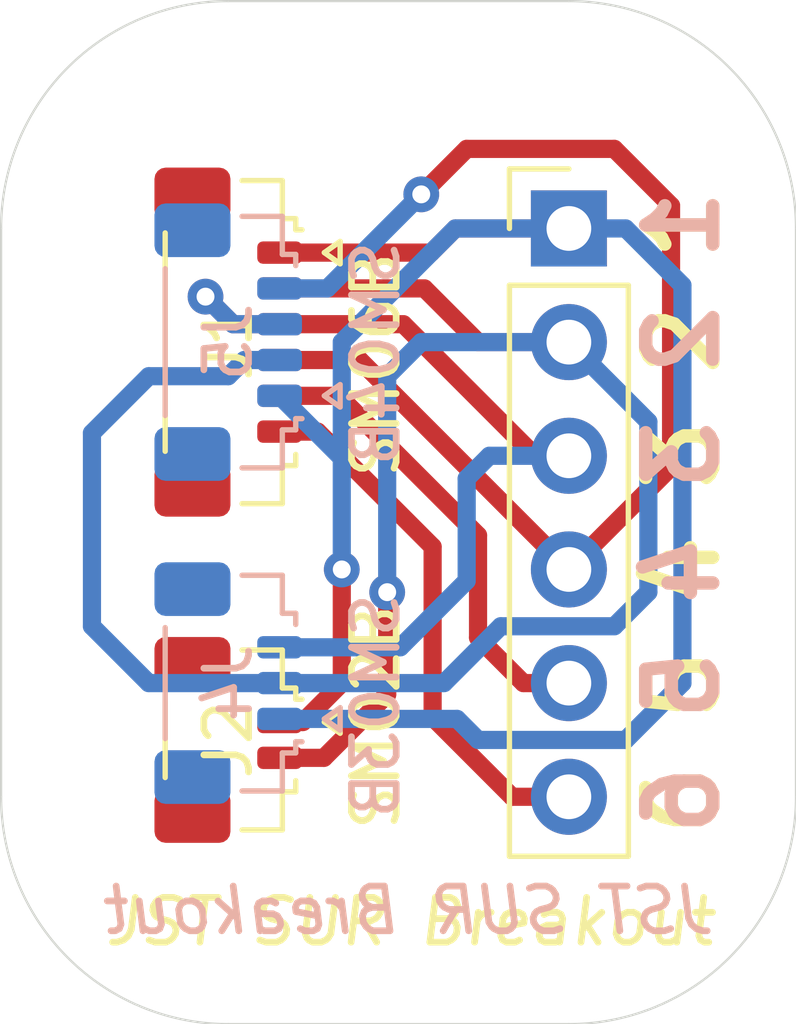
<source format=kicad_pcb>
(kicad_pcb (version 20171130) (host pcbnew "(5.1.10)-1")

  (general
    (thickness 1.6)
    (drawings 12)
    (tracks 76)
    (zones 0)
    (modules 5)
    (nets 7)
  )

  (page A4)
  (layers
    (0 F.Cu signal)
    (31 B.Cu signal)
    (32 B.Adhes user)
    (33 F.Adhes user)
    (34 B.Paste user)
    (35 F.Paste user)
    (36 B.SilkS user)
    (37 F.SilkS user)
    (38 B.Mask user)
    (39 F.Mask user)
    (40 Dwgs.User user)
    (41 Cmts.User user)
    (42 Eco1.User user)
    (43 Eco2.User user)
    (44 Edge.Cuts user)
    (45 Margin user)
    (46 B.CrtYd user)
    (47 F.CrtYd user)
    (48 B.Fab user)
    (49 F.Fab user)
  )

  (setup
    (last_trace_width 0.4064)
    (user_trace_width 0.254)
    (user_trace_width 0.3048)
    (user_trace_width 0.4064)
    (trace_clearance 0.0508)
    (zone_clearance 0.508)
    (zone_45_only no)
    (trace_min 0.2)
    (via_size 0.8)
    (via_drill 0.4)
    (via_min_size 0.4)
    (via_min_drill 0.3)
    (uvia_size 0.3)
    (uvia_drill 0.1)
    (uvias_allowed no)
    (uvia_min_size 0.2)
    (uvia_min_drill 0.1)
    (edge_width 0.05)
    (segment_width 0.2)
    (pcb_text_width 0.3)
    (pcb_text_size 1.5 1.5)
    (mod_edge_width 0.12)
    (mod_text_size 1 1)
    (mod_text_width 0.15)
    (pad_size 1.524 1.524)
    (pad_drill 0.762)
    (pad_to_mask_clearance 0)
    (aux_axis_origin 0 0)
    (visible_elements 7FFFFFFF)
    (pcbplotparams
      (layerselection 0x010fc_ffffffff)
      (usegerberextensions false)
      (usegerberattributes true)
      (usegerberadvancedattributes true)
      (creategerberjobfile true)
      (excludeedgelayer true)
      (linewidth 0.100000)
      (plotframeref false)
      (viasonmask false)
      (mode 1)
      (useauxorigin false)
      (hpglpennumber 1)
      (hpglpenspeed 20)
      (hpglpendiameter 15.000000)
      (psnegative false)
      (psa4output false)
      (plotreference true)
      (plotvalue true)
      (plotinvisibletext false)
      (padsonsilk false)
      (subtractmaskfromsilk false)
      (outputformat 1)
      (mirror false)
      (drillshape 1)
      (scaleselection 1)
      (outputdirectory ""))
  )

  (net 0 "")
  (net 1 "Net-(J1-Pad1)")
  (net 2 "Net-(J1-Pad2)")
  (net 3 "Net-(J1-Pad3)")
  (net 4 "Net-(J1-Pad4)")
  (net 5 "Net-(J1-Pad5)")
  (net 6 "Net-(J1-Pad6)")

  (net_class Default "This is the default net class."
    (clearance 0.0508)
    (trace_width 0.25)
    (via_dia 0.8)
    (via_drill 0.4)
    (uvia_dia 0.3)
    (uvia_drill 0.1)
    (add_net "Net-(J1-Pad1)")
    (add_net "Net-(J1-Pad2)")
    (add_net "Net-(J1-Pad3)")
    (add_net "Net-(J1-Pad4)")
    (add_net "Net-(J1-Pad5)")
    (add_net "Net-(J1-Pad6)")
  )

  (module Connector_JST:JST_SUR_SM06B-SURS-TF_1x06-1MP_P0.80mm_Horizontal (layer F.Cu) (tedit 5B78AD88) (tstamp 62336A66)
    (at 144.78 83.82 270)
    (descr "JST SUR series connector, SM06B-SURS-TF (http://www.jst-mfg.com/product/pdf/eng/eSUR.pdf), generated with kicad-footprint-generator")
    (tags "connector JST SUR top entry")
    (path /62337BE3)
    (attr smd)
    (fp_text reference J1 (at 0 0 90) (layer F.SilkS)
      (effects (font (size 1 1) (thickness 0.15)))
    )
    (fp_text value SM06B (at 0.508 -3.302 90) (layer F.SilkS)
      (effects (font (size 1 1) (thickness 0.15)))
    )
    (fp_line (start -1.75 -2.503553) (end -2.25 -2.503553) (layer F.SilkS) (width 0.12))
    (fp_line (start -2 -2.15) (end -1.75 -2.503553) (layer F.SilkS) (width 0.12))
    (fp_line (start -2.25 -2.503553) (end -2 -2.15) (layer F.SilkS) (width 0.12))
    (fp_line (start -2 -0.692893) (end -1.5 -1.4) (layer F.Fab) (width 0.1))
    (fp_line (start -2.5 -1.4) (end -2 -0.692893) (layer F.Fab) (width 0.1))
    (fp_line (start 4.4 -2.15) (end -4.4 -2.15) (layer F.CrtYd) (width 0.05))
    (fp_line (start 4.4 2.15) (end 4.4 -2.15) (layer F.CrtYd) (width 0.05))
    (fp_line (start -4.4 2.15) (end 4.4 2.15) (layer F.CrtYd) (width 0.05))
    (fp_line (start -4.4 -2.15) (end -4.4 2.15) (layer F.CrtYd) (width 0.05))
    (fp_line (start 3.5 -1.1) (end 3.5 1.3) (layer F.Fab) (width 0.1))
    (fp_line (start -3.5 -1.1) (end -3.5 1.3) (layer F.Fab) (width 0.1))
    (fp_line (start -3.5 1.3) (end 3.5 1.3) (layer F.Fab) (width 0.1))
    (fp_line (start -2.44 1.41) (end 2.44 1.41) (layer F.SilkS) (width 0.12))
    (fp_line (start 2.76 -1.51) (end 2.51 -1.51) (layer F.SilkS) (width 0.12))
    (fp_line (start 2.76 -1.21) (end 2.76 -1.51) (layer F.SilkS) (width 0.12))
    (fp_line (start 3.61 -1.21) (end 2.76 -1.21) (layer F.SilkS) (width 0.12))
    (fp_line (start 3.61 -0.31) (end 3.61 -1.21) (layer F.SilkS) (width 0.12))
    (fp_line (start -2.51 -1.51) (end -2.51 -1.65) (layer F.SilkS) (width 0.12))
    (fp_line (start -2.76 -1.51) (end -2.51 -1.51) (layer F.SilkS) (width 0.12))
    (fp_line (start -2.76 -1.21) (end -2.76 -1.51) (layer F.SilkS) (width 0.12))
    (fp_line (start -3.61 -1.21) (end -2.76 -1.21) (layer F.SilkS) (width 0.12))
    (fp_line (start -3.61 -0.31) (end -3.61 -1.21) (layer F.SilkS) (width 0.12))
    (fp_line (start 2.65 -1.1) (end 3.5 -1.1) (layer F.Fab) (width 0.1))
    (fp_line (start 2.65 -1.4) (end 2.65 -1.1) (layer F.Fab) (width 0.1))
    (fp_line (start -2.65 -1.4) (end 2.65 -1.4) (layer F.Fab) (width 0.1))
    (fp_line (start -2.65 -1.1) (end -2.65 -1.4) (layer F.Fab) (width 0.1))
    (fp_line (start -3.5 -1.1) (end -2.65 -1.1) (layer F.Fab) (width 0.1))
    (fp_text user %R (at 0 0 90) (layer F.Fab)
      (effects (font (size 1 1) (thickness 0.15)))
    )
    (pad 1 smd roundrect (at -2 -1.15 270) (size 0.5 1) (layers F.Cu F.Paste F.Mask) (roundrect_rratio 0.25)
      (net 1 "Net-(J1-Pad1)"))
    (pad 2 smd roundrect (at -1.2 -1.15 270) (size 0.5 1) (layers F.Cu F.Paste F.Mask) (roundrect_rratio 0.25)
      (net 2 "Net-(J1-Pad2)"))
    (pad 3 smd roundrect (at -0.4 -1.15 270) (size 0.5 1) (layers F.Cu F.Paste F.Mask) (roundrect_rratio 0.25)
      (net 3 "Net-(J1-Pad3)"))
    (pad 4 smd roundrect (at 0.4 -1.15 270) (size 0.5 1) (layers F.Cu F.Paste F.Mask) (roundrect_rratio 0.25)
      (net 4 "Net-(J1-Pad4)"))
    (pad 5 smd roundrect (at 1.2 -1.15 270) (size 0.5 1) (layers F.Cu F.Paste F.Mask) (roundrect_rratio 0.25)
      (net 5 "Net-(J1-Pad5)"))
    (pad 6 smd roundrect (at 2 -1.15 270) (size 0.5 1) (layers F.Cu F.Paste F.Mask) (roundrect_rratio 0.25)
      (net 6 "Net-(J1-Pad6)"))
    (pad MP smd roundrect (at -3.3 0.8 270) (size 1.2 1.7) (layers F.Cu F.Paste F.Mask) (roundrect_rratio 0.208333))
    (pad MP smd roundrect (at 3.3 0.8 270) (size 1.2 1.7) (layers F.Cu F.Paste F.Mask) (roundrect_rratio 0.208333))
    (model ${KISYS3DMOD}/Connector_JST.3dshapes/JST_SUR_SM06B-SURS-TF_1x06-1MP_P0.80mm_Horizontal.wrl
      (at (xyz 0 0 0))
      (scale (xyz 1 1 1))
      (rotate (xyz 0 0 0))
    )
  )

  (module Connector_JST:JST_SUR_SM02B-SURS-TF_1x02-1MP_P0.80mm_Horizontal (layer F.Cu) (tedit 5B78AD88) (tstamp 62336F19)
    (at 144.78 92.71 270)
    (descr "JST SUR series connector, SM02B-SURS-TF (http://www.jst-mfg.com/product/pdf/eng/eSUR.pdf), generated with kicad-footprint-generator")
    (tags "connector JST SUR top entry")
    (path /6233892B)
    (attr smd)
    (fp_text reference J2 (at 0 0 90) (layer F.SilkS)
      (effects (font (size 1 1) (thickness 0.15)))
    )
    (fp_text value SM02B (at -0.508 -3.302 90) (layer F.SilkS)
      (effects (font (size 1 1) (thickness 0.15)))
    )
    (fp_line (start -0.15 -2.503553) (end -0.65 -2.503553) (layer F.SilkS) (width 0.12))
    (fp_line (start -0.4 -2.15) (end -0.15 -2.503553) (layer F.SilkS) (width 0.12))
    (fp_line (start -0.65 -2.503553) (end -0.4 -2.15) (layer F.SilkS) (width 0.12))
    (fp_line (start -0.4 -0.692893) (end 0.1 -1.4) (layer F.Fab) (width 0.1))
    (fp_line (start -0.9 -1.4) (end -0.4 -0.692893) (layer F.Fab) (width 0.1))
    (fp_line (start 2.8 -2.15) (end -2.8 -2.15) (layer F.CrtYd) (width 0.05))
    (fp_line (start 2.8 2.15) (end 2.8 -2.15) (layer F.CrtYd) (width 0.05))
    (fp_line (start -2.8 2.15) (end 2.8 2.15) (layer F.CrtYd) (width 0.05))
    (fp_line (start -2.8 -2.15) (end -2.8 2.15) (layer F.CrtYd) (width 0.05))
    (fp_line (start 1.9 -1.1) (end 1.9 1.3) (layer F.Fab) (width 0.1))
    (fp_line (start -1.9 -1.1) (end -1.9 1.3) (layer F.Fab) (width 0.1))
    (fp_line (start -1.9 1.3) (end 1.9 1.3) (layer F.Fab) (width 0.1))
    (fp_line (start -0.84 1.41) (end 0.84 1.41) (layer F.SilkS) (width 0.12))
    (fp_line (start 1.16 -1.51) (end 0.91 -1.51) (layer F.SilkS) (width 0.12))
    (fp_line (start 1.16 -1.21) (end 1.16 -1.51) (layer F.SilkS) (width 0.12))
    (fp_line (start 2.01 -1.21) (end 1.16 -1.21) (layer F.SilkS) (width 0.12))
    (fp_line (start 2.01 -0.31) (end 2.01 -1.21) (layer F.SilkS) (width 0.12))
    (fp_line (start -0.91 -1.51) (end -0.91 -1.65) (layer F.SilkS) (width 0.12))
    (fp_line (start -1.16 -1.51) (end -0.91 -1.51) (layer F.SilkS) (width 0.12))
    (fp_line (start -1.16 -1.21) (end -1.16 -1.51) (layer F.SilkS) (width 0.12))
    (fp_line (start -2.01 -1.21) (end -1.16 -1.21) (layer F.SilkS) (width 0.12))
    (fp_line (start -2.01 -0.31) (end -2.01 -1.21) (layer F.SilkS) (width 0.12))
    (fp_line (start 1.05 -1.1) (end 1.9 -1.1) (layer F.Fab) (width 0.1))
    (fp_line (start 1.05 -1.4) (end 1.05 -1.1) (layer F.Fab) (width 0.1))
    (fp_line (start -1.05 -1.4) (end 1.05 -1.4) (layer F.Fab) (width 0.1))
    (fp_line (start -1.05 -1.1) (end -1.05 -1.4) (layer F.Fab) (width 0.1))
    (fp_line (start -1.9 -1.1) (end -1.05 -1.1) (layer F.Fab) (width 0.1))
    (fp_text user %R (at 0 0 90) (layer F.Fab)
      (effects (font (size 0.95 0.95) (thickness 0.14)))
    )
    (pad 1 smd roundrect (at -0.4 -1.15 270) (size 0.5 1) (layers F.Cu F.Paste F.Mask) (roundrect_rratio 0.25)
      (net 1 "Net-(J1-Pad1)"))
    (pad 2 smd roundrect (at 0.4 -1.15 270) (size 0.5 1) (layers F.Cu F.Paste F.Mask) (roundrect_rratio 0.25)
      (net 2 "Net-(J1-Pad2)"))
    (pad MP smd roundrect (at -1.7 0.8 270) (size 1.2 1.7) (layers F.Cu F.Paste F.Mask) (roundrect_rratio 0.208333))
    (pad MP smd roundrect (at 1.7 0.8 270) (size 1.2 1.7) (layers F.Cu F.Paste F.Mask) (roundrect_rratio 0.208333))
    (model ${KISYS3DMOD}/Connector_JST.3dshapes/JST_SUR_SM02B-SURS-TF_1x02-1MP_P0.80mm_Horizontal.wrl
      (at (xyz 0 0 0))
      (scale (xyz 1 1 1))
      (rotate (xyz 0 0 0))
    )
  )

  (module Connector_PinHeader_2.54mm:PinHeader_1x06_P2.54mm_Vertical (layer F.Cu) (tedit 59FED5CC) (tstamp 62336D4B)
    (at 152.4 81.28)
    (descr "Through hole straight pin header, 1x06, 2.54mm pitch, single row")
    (tags "Through hole pin header THT 1x06 2.54mm single row")
    (path /6233B209)
    (fp_text reference J3 (at 0 -2.33) (layer F.SilkS) hide
      (effects (font (size 1 1) (thickness 0.15)))
    )
    (fp_text value Conn_01x06 (at 2.286 6.35 90) (layer F.Fab)
      (effects (font (size 1 1) (thickness 0.15)))
    )
    (fp_line (start 1.8 -1.8) (end -1.8 -1.8) (layer F.CrtYd) (width 0.05))
    (fp_line (start 1.8 14.5) (end 1.8 -1.8) (layer F.CrtYd) (width 0.05))
    (fp_line (start -1.8 14.5) (end 1.8 14.5) (layer F.CrtYd) (width 0.05))
    (fp_line (start -1.8 -1.8) (end -1.8 14.5) (layer F.CrtYd) (width 0.05))
    (fp_line (start -1.33 -1.33) (end 0 -1.33) (layer F.SilkS) (width 0.12))
    (fp_line (start -1.33 0) (end -1.33 -1.33) (layer F.SilkS) (width 0.12))
    (fp_line (start -1.33 1.27) (end 1.33 1.27) (layer F.SilkS) (width 0.12))
    (fp_line (start 1.33 1.27) (end 1.33 14.03) (layer F.SilkS) (width 0.12))
    (fp_line (start -1.33 1.27) (end -1.33 14.03) (layer F.SilkS) (width 0.12))
    (fp_line (start -1.33 14.03) (end 1.33 14.03) (layer F.SilkS) (width 0.12))
    (fp_line (start -1.27 -0.635) (end -0.635 -1.27) (layer F.Fab) (width 0.1))
    (fp_line (start -1.27 13.97) (end -1.27 -0.635) (layer F.Fab) (width 0.1))
    (fp_line (start 1.27 13.97) (end -1.27 13.97) (layer F.Fab) (width 0.1))
    (fp_line (start 1.27 -1.27) (end 1.27 13.97) (layer F.Fab) (width 0.1))
    (fp_line (start -0.635 -1.27) (end 1.27 -1.27) (layer F.Fab) (width 0.1))
    (fp_text user %R (at 0 6.35 90) (layer F.Fab)
      (effects (font (size 1 1) (thickness 0.15)))
    )
    (pad 1 thru_hole rect (at 0 0) (size 1.7 1.7) (drill 1) (layers *.Cu *.Mask)
      (net 1 "Net-(J1-Pad1)"))
    (pad 2 thru_hole oval (at 0 2.54) (size 1.7 1.7) (drill 1) (layers *.Cu *.Mask)
      (net 2 "Net-(J1-Pad2)"))
    (pad 3 thru_hole oval (at 0 5.08) (size 1.7 1.7) (drill 1) (layers *.Cu *.Mask)
      (net 3 "Net-(J1-Pad3)"))
    (pad 4 thru_hole oval (at 0 7.62) (size 1.7 1.7) (drill 1) (layers *.Cu *.Mask)
      (net 4 "Net-(J1-Pad4)"))
    (pad 5 thru_hole oval (at 0 10.16) (size 1.7 1.7) (drill 1) (layers *.Cu *.Mask)
      (net 5 "Net-(J1-Pad5)"))
    (pad 6 thru_hole oval (at 0 12.7) (size 1.7 1.7) (drill 1) (layers *.Cu *.Mask)
      (net 6 "Net-(J1-Pad6)"))
  )

  (module Connector_JST:JST_SUR_SM03B-SURS-TF_1x03-1MP_P0.80mm_Horizontal (layer B.Cu) (tedit 5B78AD88) (tstamp 62337AAE)
    (at 144.78 91.44 90)
    (descr "JST SUR series connector, SM03B-SURS-TF (http://www.jst-mfg.com/product/pdf/eng/eSUR.pdf), generated with kicad-footprint-generator")
    (tags "connector JST SUR top entry")
    (path /6233E609)
    (attr smd)
    (fp_text reference J4 (at 0 0 90) (layer B.SilkS)
      (effects (font (size 1 1) (thickness 0.15)) (justify mirror))
    )
    (fp_text value SM03B (at -0.508 3.302 90) (layer B.SilkS)
      (effects (font (size 1 1) (thickness 0.15)) (justify mirror))
    )
    (fp_line (start -0.55 2.503553) (end -1.05 2.503553) (layer B.SilkS) (width 0.12))
    (fp_line (start -0.8 2.15) (end -0.55 2.503553) (layer B.SilkS) (width 0.12))
    (fp_line (start -1.05 2.503553) (end -0.8 2.15) (layer B.SilkS) (width 0.12))
    (fp_line (start -0.8 0.692893) (end -0.3 1.4) (layer B.Fab) (width 0.1))
    (fp_line (start -1.3 1.4) (end -0.8 0.692893) (layer B.Fab) (width 0.1))
    (fp_line (start 3.2 2.15) (end -3.2 2.15) (layer B.CrtYd) (width 0.05))
    (fp_line (start 3.2 -2.15) (end 3.2 2.15) (layer B.CrtYd) (width 0.05))
    (fp_line (start -3.2 -2.15) (end 3.2 -2.15) (layer B.CrtYd) (width 0.05))
    (fp_line (start -3.2 2.15) (end -3.2 -2.15) (layer B.CrtYd) (width 0.05))
    (fp_line (start 2.3 1.1) (end 2.3 -1.3) (layer B.Fab) (width 0.1))
    (fp_line (start -2.3 1.1) (end -2.3 -1.3) (layer B.Fab) (width 0.1))
    (fp_line (start -2.3 -1.3) (end 2.3 -1.3) (layer B.Fab) (width 0.1))
    (fp_line (start -1.24 -1.41) (end 1.24 -1.41) (layer B.SilkS) (width 0.12))
    (fp_line (start 1.56 1.51) (end 1.31 1.51) (layer B.SilkS) (width 0.12))
    (fp_line (start 1.56 1.21) (end 1.56 1.51) (layer B.SilkS) (width 0.12))
    (fp_line (start 2.41 1.21) (end 1.56 1.21) (layer B.SilkS) (width 0.12))
    (fp_line (start 2.41 0.31) (end 2.41 1.21) (layer B.SilkS) (width 0.12))
    (fp_line (start -1.31 1.51) (end -1.31 1.65) (layer B.SilkS) (width 0.12))
    (fp_line (start -1.56 1.51) (end -1.31 1.51) (layer B.SilkS) (width 0.12))
    (fp_line (start -1.56 1.21) (end -1.56 1.51) (layer B.SilkS) (width 0.12))
    (fp_line (start -2.41 1.21) (end -1.56 1.21) (layer B.SilkS) (width 0.12))
    (fp_line (start -2.41 0.31) (end -2.41 1.21) (layer B.SilkS) (width 0.12))
    (fp_line (start 1.45 1.1) (end 2.3 1.1) (layer B.Fab) (width 0.1))
    (fp_line (start 1.45 1.4) (end 1.45 1.1) (layer B.Fab) (width 0.1))
    (fp_line (start -1.45 1.4) (end 1.45 1.4) (layer B.Fab) (width 0.1))
    (fp_line (start -1.45 1.1) (end -1.45 1.4) (layer B.Fab) (width 0.1))
    (fp_line (start -2.3 1.1) (end -1.45 1.1) (layer B.Fab) (width 0.1))
    (fp_text user %R (at 0 0 90) (layer B.Fab)
      (effects (font (size 1 1) (thickness 0.15)) (justify mirror))
    )
    (pad 1 smd roundrect (at -0.8 1.15 90) (size 0.5 1) (layers B.Cu B.Paste B.Mask) (roundrect_rratio 0.25)
      (net 1 "Net-(J1-Pad1)"))
    (pad 2 smd roundrect (at 0 1.15 90) (size 0.5 1) (layers B.Cu B.Paste B.Mask) (roundrect_rratio 0.25)
      (net 2 "Net-(J1-Pad2)"))
    (pad 3 smd roundrect (at 0.8 1.15 90) (size 0.5 1) (layers B.Cu B.Paste B.Mask) (roundrect_rratio 0.25)
      (net 3 "Net-(J1-Pad3)"))
    (pad MP smd roundrect (at -2.1 -0.8 90) (size 1.2 1.7) (layers B.Cu B.Paste B.Mask) (roundrect_rratio 0.208333))
    (pad MP smd roundrect (at 2.1 -0.8 90) (size 1.2 1.7) (layers B.Cu B.Paste B.Mask) (roundrect_rratio 0.208333))
    (model ${KISYS3DMOD}/Connector_JST.3dshapes/JST_SUR_SM03B-SURS-TF_1x03-1MP_P0.80mm_Horizontal.wrl
      (at (xyz 0 0 0))
      (scale (xyz 1 1 1))
      (rotate (xyz 0 0 0))
    )
  )

  (module Connector_JST:JST_SUR_SM04B-SURS-TF_1x04-1MP_P0.80mm_Horizontal (layer B.Cu) (tedit 5B78AD88) (tstamp 62337588)
    (at 144.78 83.82 90)
    (descr "JST SUR series connector, SM04B-SURS-TF (http://www.jst-mfg.com/product/pdf/eng/eSUR.pdf), generated with kicad-footprint-generator")
    (tags "connector JST SUR top entry")
    (path /6233EFD7)
    (attr smd)
    (fp_text reference J5 (at 0 0 90) (layer B.SilkS)
      (effects (font (size 1 1) (thickness 0.15)) (justify mirror))
    )
    (fp_text value SM04B (at -0.254 3.302 90) (layer B.SilkS)
      (effects (font (size 1 1) (thickness 0.15)) (justify mirror))
    )
    (fp_line (start -0.95 2.503553) (end -1.45 2.503553) (layer B.SilkS) (width 0.12))
    (fp_line (start -1.2 2.15) (end -0.95 2.503553) (layer B.SilkS) (width 0.12))
    (fp_line (start -1.45 2.503553) (end -1.2 2.15) (layer B.SilkS) (width 0.12))
    (fp_line (start -1.2 0.692893) (end -0.7 1.4) (layer B.Fab) (width 0.1))
    (fp_line (start -1.7 1.4) (end -1.2 0.692893) (layer B.Fab) (width 0.1))
    (fp_line (start 3.6 2.15) (end -3.6 2.15) (layer B.CrtYd) (width 0.05))
    (fp_line (start 3.6 -2.15) (end 3.6 2.15) (layer B.CrtYd) (width 0.05))
    (fp_line (start -3.6 -2.15) (end 3.6 -2.15) (layer B.CrtYd) (width 0.05))
    (fp_line (start -3.6 2.15) (end -3.6 -2.15) (layer B.CrtYd) (width 0.05))
    (fp_line (start 2.7 1.1) (end 2.7 -1.3) (layer B.Fab) (width 0.1))
    (fp_line (start -2.7 1.1) (end -2.7 -1.3) (layer B.Fab) (width 0.1))
    (fp_line (start -2.7 -1.3) (end 2.7 -1.3) (layer B.Fab) (width 0.1))
    (fp_line (start -1.64 -1.41) (end 1.64 -1.41) (layer B.SilkS) (width 0.12))
    (fp_line (start 1.96 1.51) (end 1.71 1.51) (layer B.SilkS) (width 0.12))
    (fp_line (start 1.96 1.21) (end 1.96 1.51) (layer B.SilkS) (width 0.12))
    (fp_line (start 2.81 1.21) (end 1.96 1.21) (layer B.SilkS) (width 0.12))
    (fp_line (start 2.81 0.31) (end 2.81 1.21) (layer B.SilkS) (width 0.12))
    (fp_line (start -1.71 1.51) (end -1.71 1.65) (layer B.SilkS) (width 0.12))
    (fp_line (start -1.96 1.51) (end -1.71 1.51) (layer B.SilkS) (width 0.12))
    (fp_line (start -1.96 1.21) (end -1.96 1.51) (layer B.SilkS) (width 0.12))
    (fp_line (start -2.81 1.21) (end -1.96 1.21) (layer B.SilkS) (width 0.12))
    (fp_line (start -2.81 0.31) (end -2.81 1.21) (layer B.SilkS) (width 0.12))
    (fp_line (start 1.85 1.1) (end 2.7 1.1) (layer B.Fab) (width 0.1))
    (fp_line (start 1.85 1.4) (end 1.85 1.1) (layer B.Fab) (width 0.1))
    (fp_line (start -1.85 1.4) (end 1.85 1.4) (layer B.Fab) (width 0.1))
    (fp_line (start -1.85 1.1) (end -1.85 1.4) (layer B.Fab) (width 0.1))
    (fp_line (start -2.7 1.1) (end -1.85 1.1) (layer B.Fab) (width 0.1))
    (fp_text user %R (at 0 0 90) (layer B.Fab)
      (effects (font (size 1 1) (thickness 0.15)) (justify mirror))
    )
    (pad 1 smd roundrect (at -1.2 1.15 90) (size 0.5 1) (layers B.Cu B.Paste B.Mask) (roundrect_rratio 0.25)
      (net 1 "Net-(J1-Pad1)"))
    (pad 2 smd roundrect (at -0.4 1.15 90) (size 0.5 1) (layers B.Cu B.Paste B.Mask) (roundrect_rratio 0.25)
      (net 2 "Net-(J1-Pad2)"))
    (pad 3 smd roundrect (at 0.4 1.15 90) (size 0.5 1) (layers B.Cu B.Paste B.Mask) (roundrect_rratio 0.25)
      (net 3 "Net-(J1-Pad3)"))
    (pad 4 smd roundrect (at 1.2 1.15 90) (size 0.5 1) (layers B.Cu B.Paste B.Mask) (roundrect_rratio 0.25)
      (net 4 "Net-(J1-Pad4)"))
    (pad MP smd roundrect (at -2.5 -0.8 90) (size 1.2 1.7) (layers B.Cu B.Paste B.Mask) (roundrect_rratio 0.208333))
    (pad MP smd roundrect (at 2.5 -0.8 90) (size 1.2 1.7) (layers B.Cu B.Paste B.Mask) (roundrect_rratio 0.208333))
    (model ${KISYS3DMOD}/Connector_JST.3dshapes/JST_SUR_SM04B-SURS-TF_1x04-1MP_P0.80mm_Horizontal.wrl
      (at (xyz 0 0 0))
      (scale (xyz 1 1 1))
      (rotate (xyz 0 0 0))
    )
  )

  (gr_text "JST SUR Breakout" (at 148.844 96.774) (layer F.SilkS)
    (effects (font (size 1 1) (thickness 0.15) italic))
  )
  (gr_text "1 2 3 4 5 6" (at 154.94 87.63 90) (layer B.SilkS)
    (effects (font (size 1.5 1.5) (thickness 0.3)) (justify mirror))
  )
  (gr_text "JST SUR Breakout" (at 148.844 96.52) (layer B.SilkS)
    (effects (font (size 1 1) (thickness 0.15) italic) (justify mirror))
  )
  (gr_line (start 139.7 81.28) (end 139.7 93.98) (layer Edge.Cuts) (width 0.05) (tstamp 623372CA))
  (gr_line (start 152.4 76.2) (end 144.78 76.2) (layer Edge.Cuts) (width 0.05) (tstamp 623372C9))
  (gr_line (start 157.48 93.98) (end 157.48 81.28) (layer Edge.Cuts) (width 0.05) (tstamp 623372C8))
  (gr_line (start 144.78 99.06) (end 152.4 99.06) (layer Edge.Cuts) (width 0.05) (tstamp 623372B9))
  (gr_arc (start 144.78 93.98) (end 139.7 93.98) (angle -90) (layer Edge.Cuts) (width 0.05))
  (gr_arc (start 144.78 81.28) (end 144.78 76.2) (angle -90) (layer Edge.Cuts) (width 0.05))
  (gr_arc (start 152.4 81.28) (end 157.48 81.28) (angle -90) (layer Edge.Cuts) (width 0.05))
  (gr_arc (start 152.4 93.98) (end 152.4 99.06) (angle -90) (layer Edge.Cuts) (width 0.05))
  (gr_text "6 5 4 3 2 1" (at 154.94 87.63 90) (layer F.SilkS)
    (effects (font (size 1.5 1.5) (thickness 0.3)))
  )

  (segment (start 145.93 81.82) (end 149.32 81.82) (width 0.4064) (layer F.Cu) (net 1))
  (segment (start 149.32 81.82) (end 149.86 81.28) (width 0.4064) (layer F.Cu) (net 1))
  (segment (start 149.86 81.28) (end 152.4 81.28) (width 0.4064) (layer F.Cu) (net 1))
  (segment (start 145.93 92.31) (end 146.45 92.31) (width 0.4064) (layer F.Cu) (net 1))
  (via (at 147.32 88.9) (size 0.8) (drill 0.4) (layers F.Cu B.Cu) (net 1))
  (segment (start 147.32 91.44) (end 147.32 88.9) (width 0.4064) (layer F.Cu) (net 1))
  (segment (start 146.45 92.31) (end 147.32 91.44) (width 0.4064) (layer F.Cu) (net 1))
  (segment (start 149.86 81.28) (end 152.4 81.28) (width 0.4064) (layer B.Cu) (net 1))
  (segment (start 147.32 83.82) (end 149.86 81.28) (width 0.4064) (layer B.Cu) (net 1))
  (segment (start 147.27 86.36) (end 147.32 86.36) (width 0.4064) (layer B.Cu) (net 1))
  (segment (start 145.93 85.02) (end 147.27 86.36) (width 0.4064) (layer B.Cu) (net 1))
  (segment (start 147.32 86.36) (end 147.32 83.82) (width 0.4064) (layer B.Cu) (net 1))
  (segment (start 147.32 88.9) (end 147.32 86.36) (width 0.4064) (layer B.Cu) (net 1))
  (segment (start 145.93 92.24) (end 149.898 92.24) (width 0.4064) (layer B.Cu) (net 1))
  (segment (start 149.898 92.24) (end 150.368 92.71) (width 0.4064) (layer B.Cu) (net 1))
  (segment (start 150.368 92.71) (end 153.67 92.71) (width 0.4064) (layer B.Cu) (net 1))
  (segment (start 153.67 92.71) (end 154.94 91.44) (width 0.4064) (layer B.Cu) (net 1))
  (segment (start 154.94 91.44) (end 154.94 82.55) (width 0.4064) (layer B.Cu) (net 1))
  (segment (start 153.67 81.28) (end 152.4 81.28) (width 0.4064) (layer B.Cu) (net 1))
  (segment (start 154.94 82.55) (end 153.67 81.28) (width 0.4064) (layer B.Cu) (net 1))
  (segment (start 145.93 82.62) (end 149.168 82.62) (width 0.4064) (layer F.Cu) (net 2))
  (segment (start 150.368 83.82) (end 152.4 83.82) (width 0.4064) (layer F.Cu) (net 2))
  (segment (start 149.168 82.62) (end 150.368 83.82) (width 0.4064) (layer F.Cu) (net 2))
  (segment (start 145.93 93.11) (end 146.92 93.11) (width 0.4064) (layer F.Cu) (net 2))
  (segment (start 146.92 93.11) (end 148.336 91.694) (width 0.4064) (layer F.Cu) (net 2))
  (via (at 148.336 89.408) (size 0.8) (drill 0.4) (layers F.Cu B.Cu) (net 2))
  (segment (start 148.336 91.694) (end 148.336 89.408) (width 0.4064) (layer F.Cu) (net 2))
  (segment (start 148.336 89.408) (end 148.336 84.582) (width 0.4064) (layer B.Cu) (net 2))
  (segment (start 149.098 83.82) (end 152.4 83.82) (width 0.4064) (layer B.Cu) (net 2))
  (segment (start 148.336 84.582) (end 149.098 83.82) (width 0.4064) (layer B.Cu) (net 2))
  (segment (start 145.93 91.44) (end 149.606 91.44) (width 0.4064) (layer B.Cu) (net 2))
  (segment (start 149.606 91.44) (end 150.876 90.17) (width 0.4064) (layer B.Cu) (net 2))
  (segment (start 150.876 90.17) (end 153.416 90.17) (width 0.4064) (layer B.Cu) (net 2))
  (segment (start 153.416 90.17) (end 154.178 89.408) (width 0.4064) (layer B.Cu) (net 2))
  (segment (start 154.178 85.598) (end 152.4 83.82) (width 0.4064) (layer B.Cu) (net 2))
  (segment (start 154.178 89.408) (end 154.178 85.598) (width 0.4064) (layer B.Cu) (net 2))
  (segment (start 145.93 84.22) (end 145.142 84.22) (width 0.4064) (layer B.Cu) (net 2))
  (segment (start 145.142 84.22) (end 144.78 84.582) (width 0.4064) (layer B.Cu) (net 2))
  (segment (start 144.78 84.582) (end 143.002 84.582) (width 0.4064) (layer B.Cu) (net 2))
  (segment (start 143.002 84.582) (end 141.732 85.852) (width 0.4064) (layer B.Cu) (net 2))
  (segment (start 141.732 85.852) (end 141.732 90.17) (width 0.4064) (layer B.Cu) (net 2))
  (segment (start 143.002 91.44) (end 145.93 91.44) (width 0.4064) (layer B.Cu) (net 2))
  (segment (start 141.732 90.17) (end 143.002 91.44) (width 0.4064) (layer B.Cu) (net 2))
  (segment (start 145.93 83.42) (end 148.698 83.42) (width 0.4064) (layer F.Cu) (net 3))
  (segment (start 151.638 86.36) (end 152.4 86.36) (width 0.4064) (layer F.Cu) (net 3))
  (segment (start 148.698 83.42) (end 151.638 86.36) (width 0.4064) (layer F.Cu) (net 3))
  (segment (start 145.93 90.64) (end 148.628 90.64) (width 0.4064) (layer B.Cu) (net 3))
  (segment (start 148.628 90.64) (end 150.114 89.154) (width 0.4064) (layer B.Cu) (net 3))
  (segment (start 150.114 89.154) (end 150.114 86.868) (width 0.4064) (layer B.Cu) (net 3))
  (segment (start 150.622 86.36) (end 152.4 86.36) (width 0.4064) (layer B.Cu) (net 3))
  (segment (start 150.114 86.868) (end 150.622 86.36) (width 0.4064) (layer B.Cu) (net 3))
  (via (at 144.272 82.804) (size 0.8) (drill 0.4) (layers F.Cu B.Cu) (net 3))
  (segment (start 144.888 83.42) (end 144.272 82.804) (width 0.4064) (layer F.Cu) (net 3))
  (segment (start 145.93 83.42) (end 144.888 83.42) (width 0.4064) (layer F.Cu) (net 3))
  (segment (start 144.888 83.42) (end 145.93 83.42) (width 0.4064) (layer B.Cu) (net 3))
  (segment (start 144.272 82.804) (end 144.888 83.42) (width 0.4064) (layer B.Cu) (net 3))
  (segment (start 147.72 84.22) (end 152.4 88.9) (width 0.4064) (layer F.Cu) (net 4))
  (segment (start 145.93 84.22) (end 147.72 84.22) (width 0.4064) (layer F.Cu) (net 4))
  (via (at 149.098 80.518) (size 0.8) (drill 0.4) (layers F.Cu B.Cu) (net 4))
  (segment (start 146.996 82.62) (end 149.098 80.518) (width 0.4064) (layer B.Cu) (net 4))
  (segment (start 145.93 82.62) (end 146.996 82.62) (width 0.4064) (layer B.Cu) (net 4))
  (segment (start 149.098 80.518) (end 150.114 79.502) (width 0.4064) (layer F.Cu) (net 4))
  (segment (start 150.114 79.502) (end 153.416 79.502) (width 0.4064) (layer F.Cu) (net 4))
  (segment (start 153.416 79.502) (end 154.686 80.772) (width 0.4064) (layer F.Cu) (net 4))
  (segment (start 154.686 86.614) (end 152.4 88.9) (width 0.4064) (layer F.Cu) (net 4))
  (segment (start 154.686 80.772) (end 154.686 86.614) (width 0.4064) (layer F.Cu) (net 4))
  (segment (start 145.93 85.02) (end 147.25 85.02) (width 0.4064) (layer F.Cu) (net 5))
  (segment (start 147.25 85.02) (end 150.368 88.138) (width 0.4064) (layer F.Cu) (net 5))
  (segment (start 150.368 88.138) (end 150.368 90.424) (width 0.4064) (layer F.Cu) (net 5))
  (segment (start 151.384 91.44) (end 152.4 91.44) (width 0.4064) (layer F.Cu) (net 5))
  (segment (start 150.368 90.424) (end 151.384 91.44) (width 0.4064) (layer F.Cu) (net 5))
  (segment (start 145.93 85.82) (end 146.78 85.82) (width 0.4064) (layer F.Cu) (net 6))
  (segment (start 146.78 85.82) (end 149.352 88.392) (width 0.4064) (layer F.Cu) (net 6))
  (segment (start 149.352 88.392) (end 149.352 92.202) (width 0.4064) (layer F.Cu) (net 6))
  (segment (start 151.13 93.98) (end 152.4 93.98) (width 0.4064) (layer F.Cu) (net 6))
  (segment (start 149.352 92.202) (end 151.13 93.98) (width 0.4064) (layer F.Cu) (net 6))

)

</source>
